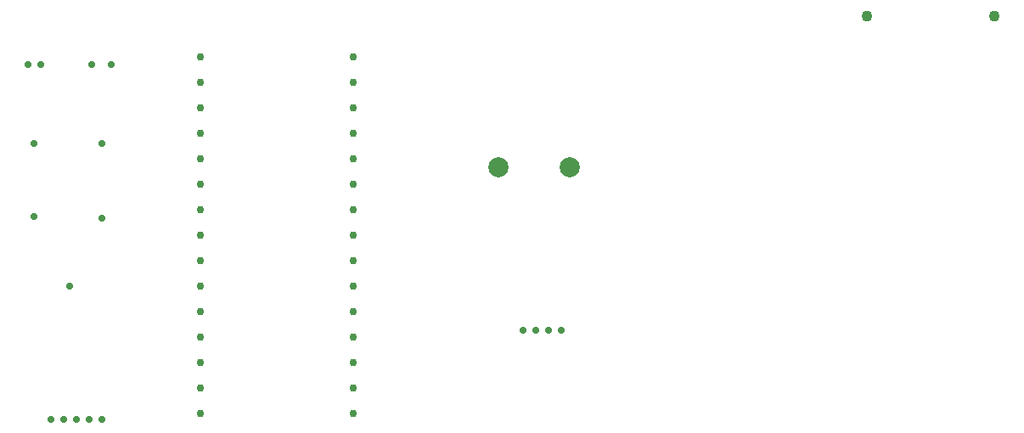
<source format=gbr>
%TF.GenerationSoftware,KiCad,Pcbnew,8.0.7*%
%TF.CreationDate,2024-12-24T22:09:44+05:30*%
%TF.ProjectId,hello,68656c6c-6f2e-46b6-9963-61645f706362,rev?*%
%TF.SameCoordinates,Original*%
%TF.FileFunction,Plated,1,2,PTH,Drill*%
%TF.FilePolarity,Positive*%
%FSLAX46Y46*%
G04 Gerber Fmt 4.6, Leading zero omitted, Abs format (unit mm)*
G04 Created by KiCad (PCBNEW 8.0.7) date 2024-12-24 22:09:44*
%MOMM*%
%LPD*%
G01*
G04 APERTURE LIST*
%TA.AperFunction,ComponentDrill*%
%ADD10C,0.700000*%
%TD*%
%TA.AperFunction,ComponentDrill*%
%ADD11C,0.762000*%
%TD*%
%TA.AperFunction,ComponentDrill*%
%ADD12C,1.100000*%
%TD*%
%TA.AperFunction,ComponentDrill*%
%ADD13C,2.000000*%
%TD*%
G04 APERTURE END LIST*
D10*
%TO.C,R2*%
X84960000Y-83292500D03*
%TO.C,J5*%
X85580000Y-91130000D03*
%TO.C,J3*%
X85580000Y-98380000D03*
%TO.C,R2*%
X86230000Y-83292500D03*
%TO.C,U3*%
X87280000Y-118630000D03*
X88550000Y-118630000D03*
%TO.C,J1*%
X89080000Y-105380000D03*
%TO.C,U3*%
X89820000Y-118630000D03*
X91090000Y-118630000D03*
%TO.C,R1*%
X91360000Y-83267500D03*
%TO.C,J4*%
X92330000Y-91130000D03*
%TO.C,J2*%
X92330000Y-98630000D03*
%TO.C,U3*%
X92360000Y-118630000D03*
%TO.C,R1*%
X93260000Y-83267500D03*
%TO.C,U2*%
X134340000Y-109780000D03*
X135610000Y-109780000D03*
X136880000Y-109780000D03*
X138150000Y-109780000D03*
D11*
%TO.C,U1*%
X102117500Y-82487500D03*
X102117500Y-85027500D03*
X102117500Y-87567500D03*
X102117500Y-90107500D03*
X102117500Y-92647500D03*
X102117500Y-95187500D03*
X102117500Y-97727500D03*
X102117500Y-100267500D03*
X102117500Y-102807500D03*
X102117500Y-105347500D03*
X102117500Y-107887500D03*
X102117500Y-110427500D03*
X102117500Y-112967500D03*
X102117500Y-115507500D03*
X102117500Y-118047500D03*
X117357500Y-82487500D03*
X117357500Y-85027500D03*
X117357500Y-87567500D03*
X117357500Y-90107500D03*
X117357500Y-92647500D03*
X117357500Y-95187500D03*
X117357500Y-97727500D03*
X117357500Y-100267500D03*
X117357500Y-102807500D03*
X117357500Y-105347500D03*
X117357500Y-107887500D03*
X117357500Y-110427500D03*
X117357500Y-112967500D03*
X117357500Y-115507500D03*
X117357500Y-118047500D03*
D12*
%TO.C,BT1*%
X168657500Y-78417500D03*
X181357500Y-78417500D03*
D13*
%TO.C,SW1*%
X131888000Y-93500000D03*
X139000000Y-93500000D03*
M02*

</source>
